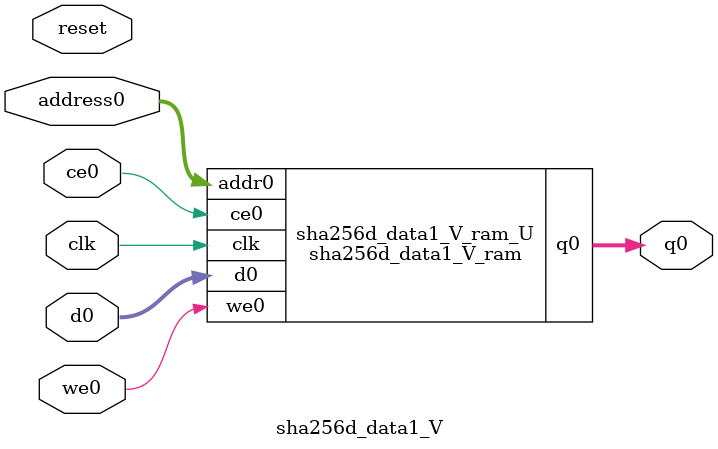
<source format=v>
`timescale 1 ns / 1 ps
module sha256d_data1_V_ram (addr0, ce0, d0, we0, q0,  clk);

parameter DWIDTH = 8;
parameter AWIDTH = 7;
parameter MEM_SIZE = 128;

input[AWIDTH-1:0] addr0;
input ce0;
input[DWIDTH-1:0] d0;
input we0;
output reg[DWIDTH-1:0] q0;
input clk;

(* ram_style = "block" *)reg [DWIDTH-1:0] ram[0:MEM_SIZE-1];




always @(posedge clk)  
begin 
    if (ce0) begin
        if (we0) 
            ram[addr0] <= d0; 
        q0 <= ram[addr0];
    end
end


endmodule

`timescale 1 ns / 1 ps
module sha256d_data1_V(
    reset,
    clk,
    address0,
    ce0,
    we0,
    d0,
    q0);

parameter DataWidth = 32'd8;
parameter AddressRange = 32'd128;
parameter AddressWidth = 32'd7;
input reset;
input clk;
input[AddressWidth - 1:0] address0;
input ce0;
input we0;
input[DataWidth - 1:0] d0;
output[DataWidth - 1:0] q0;



sha256d_data1_V_ram sha256d_data1_V_ram_U(
    .clk( clk ),
    .addr0( address0 ),
    .ce0( ce0 ),
    .we0( we0 ),
    .d0( d0 ),
    .q0( q0 ));

endmodule


</source>
